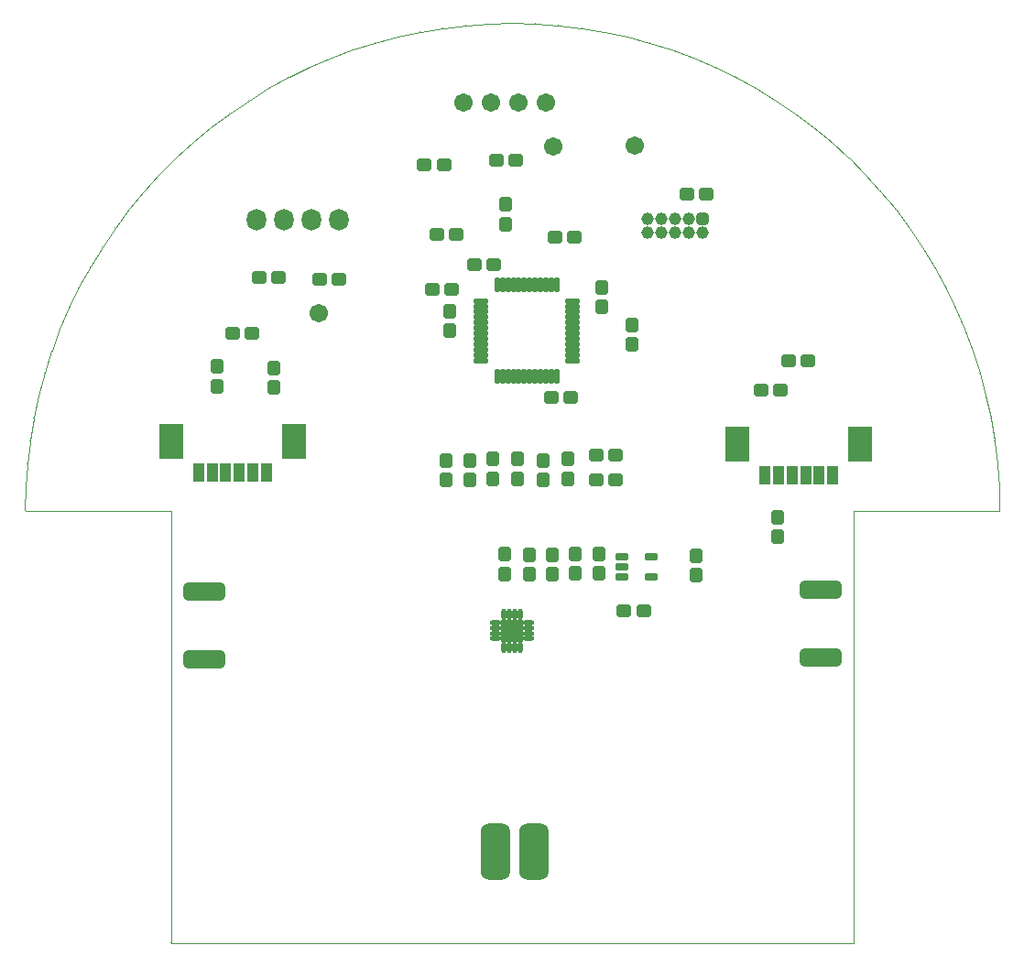
<source format=gts>
%FSLAX25Y25*%
%MOIN*%
G70*
G01*
G75*
G04 Layer_Color=8388736*
G04:AMPARAMS|DCode=10|XSize=41.34mil|YSize=47.24mil|CornerRadius=10.34mil|HoleSize=0mil|Usage=FLASHONLY|Rotation=270.000|XOffset=0mil|YOffset=0mil|HoleType=Round|Shape=RoundedRectangle|*
%AMROUNDEDRECTD10*
21,1,0.04134,0.02658,0,0,270.0*
21,1,0.02067,0.04724,0,0,270.0*
1,1,0.02067,-0.01329,-0.01034*
1,1,0.02067,-0.01329,0.01034*
1,1,0.02067,0.01329,0.01034*
1,1,0.02067,0.01329,-0.01034*
%
%ADD10ROUNDEDRECTD10*%
G04:AMPARAMS|DCode=11|XSize=21.65mil|YSize=39.37mil|CornerRadius=5.41mil|HoleSize=0mil|Usage=FLASHONLY|Rotation=270.000|XOffset=0mil|YOffset=0mil|HoleType=Round|Shape=RoundedRectangle|*
%AMROUNDEDRECTD11*
21,1,0.02165,0.02854,0,0,270.0*
21,1,0.01083,0.03937,0,0,270.0*
1,1,0.01083,-0.01427,-0.00541*
1,1,0.01083,-0.01427,0.00541*
1,1,0.01083,0.01427,0.00541*
1,1,0.01083,0.01427,-0.00541*
%
%ADD11ROUNDEDRECTD11*%
G04:AMPARAMS|DCode=12|XSize=41.34mil|YSize=47.24mil|CornerRadius=10.34mil|HoleSize=0mil|Usage=FLASHONLY|Rotation=180.000|XOffset=0mil|YOffset=0mil|HoleType=Round|Shape=RoundedRectangle|*
%AMROUNDEDRECTD12*
21,1,0.04134,0.02658,0,0,180.0*
21,1,0.02067,0.04724,0,0,180.0*
1,1,0.02067,-0.01034,0.01329*
1,1,0.02067,0.01034,0.01329*
1,1,0.02067,0.01034,-0.01329*
1,1,0.02067,-0.01034,-0.01329*
%
%ADD12ROUNDEDRECTD12*%
%ADD13R,0.03189X0.06299*%
%ADD14R,0.08268X0.11811*%
%ADD15R,0.07087X0.07087*%
%ADD16O,0.00984X0.03543*%
%ADD17O,0.03543X0.00984*%
G04:AMPARAMS|DCode=18|XSize=145.67mil|YSize=59.06mil|CornerRadius=14.76mil|HoleSize=0mil|Usage=FLASHONLY|Rotation=180.000|XOffset=0mil|YOffset=0mil|HoleType=Round|Shape=RoundedRectangle|*
%AMROUNDEDRECTD18*
21,1,0.14567,0.02953,0,0,180.0*
21,1,0.11614,0.05906,0,0,180.0*
1,1,0.02953,-0.05807,0.01476*
1,1,0.02953,0.05807,0.01476*
1,1,0.02953,0.05807,-0.01476*
1,1,0.02953,-0.05807,-0.01476*
%
%ADD18ROUNDEDRECTD18*%
G04:AMPARAMS|DCode=19|XSize=98.43mil|YSize=196.85mil|CornerRadius=24.61mil|HoleSize=0mil|Usage=FLASHONLY|Rotation=180.000|XOffset=0mil|YOffset=0mil|HoleType=Round|Shape=RoundedRectangle|*
%AMROUNDEDRECTD19*
21,1,0.09843,0.14764,0,0,180.0*
21,1,0.04921,0.19685,0,0,180.0*
1,1,0.04921,-0.02461,0.07382*
1,1,0.04921,0.02461,0.07382*
1,1,0.04921,0.02461,-0.07382*
1,1,0.04921,-0.02461,-0.07382*
%
%ADD19ROUNDEDRECTD19*%
%ADD20C,0.05906*%
G04:AMPARAMS|DCode=21|XSize=11.81mil|YSize=47.24mil|CornerRadius=2.95mil|HoleSize=0mil|Usage=FLASHONLY|Rotation=180.000|XOffset=0mil|YOffset=0mil|HoleType=Round|Shape=RoundedRectangle|*
%AMROUNDEDRECTD21*
21,1,0.01181,0.04134,0,0,180.0*
21,1,0.00591,0.04724,0,0,180.0*
1,1,0.00591,-0.00295,0.02067*
1,1,0.00591,0.00295,0.02067*
1,1,0.00591,0.00295,-0.02067*
1,1,0.00591,-0.00295,-0.02067*
%
%ADD21ROUNDEDRECTD21*%
G04:AMPARAMS|DCode=22|XSize=11.81mil|YSize=47.24mil|CornerRadius=2.95mil|HoleSize=0mil|Usage=FLASHONLY|Rotation=90.000|XOffset=0mil|YOffset=0mil|HoleType=Round|Shape=RoundedRectangle|*
%AMROUNDEDRECTD22*
21,1,0.01181,0.04134,0,0,90.0*
21,1,0.00591,0.04724,0,0,90.0*
1,1,0.00591,0.02067,0.00295*
1,1,0.00591,0.02067,-0.00295*
1,1,0.00591,-0.02067,-0.00295*
1,1,0.00591,-0.02067,0.00295*
%
%ADD22ROUNDEDRECTD22*%
%ADD23C,0.01575*%
%ADD24C,0.00787*%
%ADD25C,0.01181*%
%ADD26C,0.01969*%
%ADD27C,0.03150*%
%ADD28C,0.02362*%
%ADD29C,0.02756*%
%ADD30C,0.00394*%
%ADD31C,0.00394*%
%ADD32O,0.06299X0.07087*%
G04:AMPARAMS|DCode=33|XSize=37.4mil|YSize=37.4mil|CornerRadius=9.35mil|HoleSize=0mil|Usage=FLASHONLY|Rotation=180.000|XOffset=0mil|YOffset=0mil|HoleType=Round|Shape=RoundedRectangle|*
%AMROUNDEDRECTD33*
21,1,0.03740,0.01870,0,0,180.0*
21,1,0.01870,0.03740,0,0,180.0*
1,1,0.01870,-0.00935,0.00935*
1,1,0.01870,0.00935,0.00935*
1,1,0.01870,0.00935,-0.00935*
1,1,0.01870,-0.00935,-0.00935*
%
%ADD33ROUNDEDRECTD33*%
%ADD34C,0.03740*%
%ADD35C,0.02362*%
%ADD36C,0.03937*%
%ADD37C,0.01969*%
%ADD38C,0.00984*%
%ADD39C,0.01000*%
G04:AMPARAMS|DCode=40|XSize=49.34mil|YSize=55.24mil|CornerRadius=14.34mil|HoleSize=0mil|Usage=FLASHONLY|Rotation=270.000|XOffset=0mil|YOffset=0mil|HoleType=Round|Shape=RoundedRectangle|*
%AMROUNDEDRECTD40*
21,1,0.04934,0.02658,0,0,270.0*
21,1,0.02067,0.05524,0,0,270.0*
1,1,0.02867,-0.01329,-0.01034*
1,1,0.02867,-0.01329,0.01034*
1,1,0.02867,0.01329,0.01034*
1,1,0.02867,0.01329,-0.01034*
%
%ADD40ROUNDEDRECTD40*%
G04:AMPARAMS|DCode=41|XSize=29.65mil|YSize=47.37mil|CornerRadius=9.41mil|HoleSize=0mil|Usage=FLASHONLY|Rotation=270.000|XOffset=0mil|YOffset=0mil|HoleType=Round|Shape=RoundedRectangle|*
%AMROUNDEDRECTD41*
21,1,0.02965,0.02854,0,0,270.0*
21,1,0.01083,0.04737,0,0,270.0*
1,1,0.01883,-0.01427,-0.00541*
1,1,0.01883,-0.01427,0.00541*
1,1,0.01883,0.01427,0.00541*
1,1,0.01883,0.01427,-0.00541*
%
%ADD41ROUNDEDRECTD41*%
G04:AMPARAMS|DCode=42|XSize=49.34mil|YSize=55.24mil|CornerRadius=14.34mil|HoleSize=0mil|Usage=FLASHONLY|Rotation=180.000|XOffset=0mil|YOffset=0mil|HoleType=Round|Shape=RoundedRectangle|*
%AMROUNDEDRECTD42*
21,1,0.04934,0.02658,0,0,180.0*
21,1,0.02067,0.05524,0,0,180.0*
1,1,0.02867,-0.01034,0.01329*
1,1,0.02867,0.01034,0.01329*
1,1,0.02867,0.01034,-0.01329*
1,1,0.02867,-0.01034,-0.01329*
%
%ADD42ROUNDEDRECTD42*%
%ADD43R,0.03989X0.07099*%
%ADD44R,0.09068X0.12611*%
%ADD45R,0.07887X0.07887*%
%ADD46O,0.01784X0.04343*%
%ADD47O,0.04343X0.01784*%
G04:AMPARAMS|DCode=48|XSize=153.67mil|YSize=67.06mil|CornerRadius=18.76mil|HoleSize=0mil|Usage=FLASHONLY|Rotation=180.000|XOffset=0mil|YOffset=0mil|HoleType=Round|Shape=RoundedRectangle|*
%AMROUNDEDRECTD48*
21,1,0.15367,0.02953,0,0,180.0*
21,1,0.11614,0.06706,0,0,180.0*
1,1,0.03753,-0.05807,0.01476*
1,1,0.03753,0.05807,0.01476*
1,1,0.03753,0.05807,-0.01476*
1,1,0.03753,-0.05807,-0.01476*
%
%ADD48ROUNDEDRECTD48*%
G04:AMPARAMS|DCode=49|XSize=106.42mil|YSize=204.85mil|CornerRadius=28.61mil|HoleSize=0mil|Usage=FLASHONLY|Rotation=180.000|XOffset=0mil|YOffset=0mil|HoleType=Round|Shape=RoundedRectangle|*
%AMROUNDEDRECTD49*
21,1,0.10642,0.14764,0,0,180.0*
21,1,0.04921,0.20485,0,0,180.0*
1,1,0.05721,-0.02461,0.07382*
1,1,0.05721,0.02461,0.07382*
1,1,0.05721,0.02461,-0.07382*
1,1,0.05721,-0.02461,-0.07382*
%
%ADD49ROUNDEDRECTD49*%
%ADD50C,0.06706*%
G04:AMPARAMS|DCode=51|XSize=19.81mil|YSize=55.24mil|CornerRadius=6.95mil|HoleSize=0mil|Usage=FLASHONLY|Rotation=180.000|XOffset=0mil|YOffset=0mil|HoleType=Round|Shape=RoundedRectangle|*
%AMROUNDEDRECTD51*
21,1,0.01981,0.04134,0,0,180.0*
21,1,0.00591,0.05524,0,0,180.0*
1,1,0.01391,-0.00295,0.02067*
1,1,0.01391,0.00295,0.02067*
1,1,0.01391,0.00295,-0.02067*
1,1,0.01391,-0.00295,-0.02067*
%
%ADD51ROUNDEDRECTD51*%
G04:AMPARAMS|DCode=52|XSize=19.81mil|YSize=55.24mil|CornerRadius=6.95mil|HoleSize=0mil|Usage=FLASHONLY|Rotation=90.000|XOffset=0mil|YOffset=0mil|HoleType=Round|Shape=RoundedRectangle|*
%AMROUNDEDRECTD52*
21,1,0.01981,0.04134,0,0,90.0*
21,1,0.00591,0.05524,0,0,90.0*
1,1,0.01391,0.02067,0.00295*
1,1,0.01391,0.02067,-0.00295*
1,1,0.01391,-0.02067,-0.00295*
1,1,0.01391,-0.02067,0.00295*
%
%ADD52ROUNDEDRECTD52*%
%ADD53O,0.07099X0.07887*%
G04:AMPARAMS|DCode=54|XSize=45.4mil|YSize=45.4mil|CornerRadius=13.35mil|HoleSize=0mil|Usage=FLASHONLY|Rotation=180.000|XOffset=0mil|YOffset=0mil|HoleType=Round|Shape=RoundedRectangle|*
%AMROUNDEDRECTD54*
21,1,0.04540,0.01870,0,0,180.0*
21,1,0.01870,0.04540,0,0,180.0*
1,1,0.02670,-0.00935,0.00935*
1,1,0.02670,0.00935,0.00935*
1,1,0.02670,0.00935,-0.00935*
1,1,0.02670,-0.00935,-0.00935*
%
%ADD54ROUNDEDRECTD54*%
%ADD55C,0.04540*%
D30*
X95893Y306684D02*
G03*
X95885Y306690I-110J-163D01*
G01*
X95894Y306684D02*
G03*
X95885Y306690I-111J-162D01*
G01*
X88685Y311078D02*
G03*
X88677Y311083I-103J-168D01*
G01*
X102884Y301953D02*
G03*
X102876Y301958I-118J-158D01*
G01*
X102884Y301953D02*
G03*
X102875Y301959I-118J-158D01*
G01*
X81269Y315128D02*
G03*
X81267Y315129I-87J-177D01*
G01*
X81276Y315124D02*
G03*
X81269Y315128I-94J-173D01*
G01*
X81276Y315124D02*
G03*
X81268Y315128I-94J-173D01*
G01*
X73682Y318813D02*
G03*
X73675Y318817I-85J-178D01*
G01*
X73684Y318812D02*
G03*
X73682Y318813I-87J-177D01*
G01*
X73683Y318813D02*
G03*
X73675Y318817I-86J-177D01*
G01*
X88685Y311078D02*
G03*
X88677Y311083I-103J-168D01*
G01*
X122397Y285840D02*
G03*
X122390Y285847I-139J-139D01*
G01*
X128366Y279872D02*
G03*
X128360Y279878I-145J-133D01*
G01*
X128367Y279870D02*
G03*
X128366Y279872I-146J-132D01*
G01*
X122391Y285846D02*
G03*
X122390Y285847I-133J-145D01*
G01*
X122397Y285840D02*
G03*
X122391Y285846I-139J-139D01*
G01*
X134045Y273624D02*
G03*
X134038Y273631I-152J-125D01*
G01*
X128366Y279871D02*
G03*
X128360Y279878I-146J-132D01*
G01*
X109642Y296894D02*
G03*
X109634Y296899I-125J-152D01*
G01*
X109642Y296894D02*
G03*
X109634Y296899I-125J-152D01*
G01*
X116150Y291519D02*
G03*
X116144Y291525I-132J-146D01*
G01*
X116152Y291518D02*
G03*
X116150Y291519I-133J-145D01*
G01*
X116151Y291519D02*
G03*
X116144Y291525I-132J-146D01*
G01*
X25247Y333036D02*
G03*
X25236Y333038I-34J-194D01*
G01*
X25246Y333037D02*
G03*
X25236Y333038I-33J-194D01*
G01*
X16864Y334039D02*
G03*
X16855Y334040I-23J-196D01*
G01*
X33570Y331637D02*
G03*
X33561Y331638I-42J-192D01*
G01*
X33571Y331637D02*
G03*
X33570Y331637I-42J-192D01*
G01*
X33571Y331637D02*
G03*
X33560Y331639I-42J-192D01*
G01*
X8444Y334641D02*
G03*
X8433Y334642I-14J-196D01*
G01*
X8444Y334641D02*
G03*
X8434Y334642I-14J-196D01*
G01*
X6Y334842D02*
G03*
X-5Y334843I-6J-197D01*
G01*
X16864Y334039D02*
G03*
X16855Y334040I-23J-196D01*
G01*
X58013Y325086D02*
G03*
X58005Y325089I-68J-185D01*
G01*
X58015Y325086D02*
G03*
X58013Y325086I-69J-184D01*
G01*
X65923Y322136D02*
G03*
X65914Y322140I-78J-181D01*
G01*
X58014Y325086D02*
G03*
X58005Y325089I-69J-184D01*
G01*
X65915Y322139D02*
G03*
X65914Y322140I-69J-184D01*
G01*
X65923Y322136D02*
G03*
X65915Y322139I-78J-181D01*
G01*
X41819Y329842D02*
G03*
X41810Y329844I-51J-190D01*
G01*
X41820Y329842D02*
G03*
X41819Y329842I-51J-190D01*
G01*
X41819Y329842D02*
G03*
X41810Y329844I-51J-190D01*
G01*
X49973Y327657D02*
G03*
X49964Y327660I-60J-188D01*
G01*
X49964Y327659D02*
G03*
X49964Y327660I-51J-190D01*
G01*
X49973Y327657D02*
G03*
X49964Y327659I-60J-188D01*
G01*
X172364Y199291D02*
G03*
X172362Y199300I-192J-42D01*
G01*
X172364Y199290D02*
G03*
X172364Y199291I-192J-42D01*
G01*
X170179Y207445D02*
G03*
X170176Y207454I-190J-51D01*
G01*
X170179Y207444D02*
G03*
X170179Y207445I-190J-51D01*
G01*
X172362Y199299D02*
G03*
X172362Y199300I-190J-51D01*
G01*
X172364Y199291D02*
G03*
X172362Y199299I-192J-42D01*
G01*
X174158Y191041D02*
G03*
X174156Y191051I-194J-32D01*
G01*
X174158Y191042D02*
G03*
X174156Y191051I-194J-33D01*
G01*
X167609Y215485D02*
G03*
X167606Y215494I-188J-60D01*
G01*
X167606Y215494D02*
G03*
X167606Y215495I-185J-68D01*
G01*
X167609Y215485D02*
G03*
X167606Y215494I-188J-60D01*
G01*
X164659Y223395D02*
G03*
X164656Y223404I-184J-69D01*
G01*
X164659Y223394D02*
G03*
X164659Y223395I-185J-68D01*
G01*
X170179Y207445D02*
G03*
X170176Y207454I-190J-51D01*
G01*
X177162Y165914D02*
G03*
X177161Y165924I-197J-3D01*
G01*
X177162Y165910D02*
G03*
X177162Y165914I-197J0D01*
G01*
X176560Y174335D02*
G03*
X176559Y174344I-196J-14D01*
G01*
X177162Y165915D02*
G03*
X177161Y165924I-197J-5D01*
G01*
X177362Y157480D02*
G03*
X177362Y157485I-197J0D01*
G01*
X177362Y157480D02*
G03*
X177362Y157486I-197J0D01*
G01*
X177165Y157283D02*
G03*
X177362Y157480I0J197D01*
G01*
X177165Y157283D02*
G03*
X177362Y157480I0J197D01*
G01*
X175558Y182717D02*
G03*
X175556Y182726I-196J-23D01*
G01*
X176560Y174335D02*
G03*
X176559Y174344I-196J-14D01*
G01*
X175558Y182717D02*
G03*
X175556Y182727I-196J-23D01*
G01*
X149209Y253366D02*
G03*
X149203Y253375I-168J-103D01*
G01*
X149209Y253366D02*
G03*
X149204Y253374I-168J-103D01*
G01*
X144478Y260356D02*
G03*
X144472Y260364I-164J-109D01*
G01*
X153603Y246157D02*
G03*
X153598Y246165I-173J-94D01*
G01*
X153603Y246157D02*
G03*
X153598Y246165I-173J-94D01*
G01*
X139419Y267115D02*
G03*
X139413Y267122I-158J-118D01*
G01*
X139419Y267115D02*
G03*
X139413Y267122I-158J-118D01*
G01*
X134039Y273631D02*
G03*
X134038Y273632I-146J-132D01*
G01*
X134045Y273624D02*
G03*
X134039Y273631I-152J-125D01*
G01*
X144478Y260357D02*
G03*
X144472Y260364I-163J-110D01*
G01*
X161333Y231163D02*
G03*
X161332Y231164I-178J-85D01*
G01*
X161336Y231155D02*
G03*
X161333Y231163I-181J-78D01*
G01*
X161336Y231155D02*
G03*
X161332Y231164I-181J-78D01*
G01*
X157648Y238749D02*
G03*
X157644Y238757I-177J-87D01*
G01*
X157648Y238747D02*
G03*
X157648Y238749I-178J-85D01*
G01*
X164659Y223395D02*
G03*
X164656Y223404I-184J-69D01*
G01*
X157648Y238748D02*
G03*
X157644Y238757I-177J-86D01*
G01*
X124016Y-197D02*
G03*
X124213Y0I0J197D01*
G01*
X124016Y-197D02*
G03*
X124213Y0I0J197D01*
G01*
X5Y334843D02*
G03*
X-6Y334842I-5J-197D01*
G01*
X-8433Y334642D02*
G03*
X-8444Y334641I3J-197D01*
G01*
X-8435Y334642D02*
G03*
X-8444Y334641I5J-197D01*
G01*
X-16855Y334040D02*
G03*
X-16864Y334039I14J-196D01*
G01*
X-16855Y334040D02*
G03*
X-16864Y334039I14J-196D01*
G01*
X-25237Y333038D02*
G03*
X-25246Y333037I23J-196D01*
G01*
X-25237Y333038D02*
G03*
X-25247Y333036I23J-196D01*
G01*
X-33560Y331639D02*
G03*
X-33571Y331637I32J-194D01*
G01*
X-33562Y331638D02*
G03*
X-33571Y331637I33J-194D01*
G01*
X-41810Y329844D02*
G03*
X-41819Y329842I42J-192D01*
G01*
X-41819Y329842D02*
G03*
X-41820Y329842I51J-190D01*
G01*
X-41810Y329844D02*
G03*
X-41819Y329842I42J-192D01*
G01*
X-49965Y327659D02*
G03*
X-49973Y327657I51J-190D01*
G01*
X-49964Y327660D02*
G03*
X-49965Y327659I51J-190D01*
G01*
X-49964Y327660D02*
G03*
X-49973Y327657I51J-190D01*
G01*
X-58005Y325089D02*
G03*
X-58014Y325086I60J-188D01*
G01*
X-58013Y325086D02*
G03*
X-58015Y325086I68J-185D01*
G01*
X-58005Y325089D02*
G03*
X-58013Y325086I60J-188D01*
G01*
X-65915Y322139D02*
G03*
X-65923Y322136I69J-184D01*
G01*
X-65914Y322140D02*
G03*
X-65915Y322139I68J-185D01*
G01*
X-65915Y322139D02*
G03*
X-65923Y322136I69J-184D01*
G01*
X-73675Y318817D02*
G03*
X-73683Y318813I78J-181D01*
G01*
X-73682Y318813D02*
G03*
X-73684Y318812I85J-178D01*
G01*
X-73675Y318817D02*
G03*
X-73682Y318813I78J-181D01*
G01*
X-81269Y315128D02*
G03*
X-81276Y315124I87J-177D01*
G01*
X-81267Y315129D02*
G03*
X-81269Y315128I85J-178D01*
G01*
X-81268Y315128D02*
G03*
X-81276Y315124I86J-177D01*
G01*
X-88677Y311083D02*
G03*
X-88685Y311078I94J-173D01*
G01*
X-88677Y311083D02*
G03*
X-88685Y311078I94J-173D01*
G01*
X-95885Y306689D02*
G03*
X-95893Y306684I103J-168D01*
G01*
X-95885Y306689D02*
G03*
X-95894Y306684I103J-168D01*
G01*
X-102875Y301959D02*
G03*
X-102884Y301953I109J-164D01*
G01*
X-102876Y301958D02*
G03*
X-102884Y301953I110J-163D01*
G01*
X-109634Y296899D02*
G03*
X-109642Y296894I118J-158D01*
G01*
X-109634Y296899D02*
G03*
X-109642Y296894I118J-158D01*
G01*
X-116144Y291525D02*
G03*
X-116151Y291519I125J-152D01*
G01*
X-116150Y291519D02*
G03*
X-116152Y291518I132J-146D01*
G01*
X-116144Y291525D02*
G03*
X-116150Y291519I125J-152D01*
G01*
X-122391Y285846D02*
G03*
X-122397Y285840I133J-145D01*
G01*
X-122390Y285847D02*
G03*
X-122391Y285846I132J-146D01*
G01*
X-122391Y285847D02*
G03*
X-122397Y285840I132J-146D01*
G01*
X-128360Y279878D02*
G03*
X-128366Y279871I139J-139D01*
G01*
X-128366Y279872D02*
G03*
X-128367Y279870I145J-133D01*
G01*
X-128360Y279878D02*
G03*
X-128366Y279872I139J-139D01*
G01*
X-134039Y273631D02*
G03*
X-134045Y273624I146J-132D01*
G01*
X-134038Y273632D02*
G03*
X-134039Y273631I145J-133D01*
G01*
X-134038Y273631D02*
G03*
X-134045Y273624I146J-132D01*
G01*
X-139413Y267122D02*
G03*
X-139419Y267115I152J-125D01*
G01*
X-139413Y267122D02*
G03*
X-139419Y267115I152J-125D01*
G01*
X-144472Y260364D02*
G03*
X-144478Y260357I158J-118D01*
G01*
X-144472Y260364D02*
G03*
X-144478Y260356I158J-118D01*
G01*
X-149203Y253375D02*
G03*
X-149209Y253366I162J-111D01*
G01*
X-149204Y253374D02*
G03*
X-149209Y253366I163J-110D01*
G01*
X-153598Y246165D02*
G03*
X-153603Y246157I168J-103D01*
G01*
X-153598Y246165D02*
G03*
X-153603Y246157I168J-103D01*
G01*
X-124213Y-0D02*
G03*
X-124016Y-197I197J0D01*
G01*
X-124213Y-0D02*
G03*
X-124016Y-197I197J0D01*
G01*
X-157644Y238756D02*
G03*
X-157648Y238748I173J-94D01*
G01*
X-157648Y238749D02*
G03*
X-157649Y238747I177J-87D01*
G01*
X-157644Y238756D02*
G03*
X-157648Y238749I173J-94D01*
G01*
X-161333Y231163D02*
G03*
X-161336Y231155I178J-85D01*
G01*
X-161332Y231164D02*
G03*
X-161333Y231163I177J-87D01*
G01*
X-161332Y231164D02*
G03*
X-161336Y231155I177J-86D01*
G01*
X-164656Y223404D02*
G03*
X-164659Y223395I181J-78D01*
G01*
X-164659Y223395D02*
G03*
X-164659Y223394I184J-69D01*
G01*
X-164656Y223404D02*
G03*
X-164659Y223395I181J-78D01*
G01*
X-167606Y215494D02*
G03*
X-167609Y215485I185J-68D01*
G01*
X-167606Y215495D02*
G03*
X-167606Y215494I184J-69D01*
G01*
X-167606Y215494D02*
G03*
X-167609Y215485I184J-69D01*
G01*
X-170177Y207453D02*
G03*
X-170179Y207445I188J-60D01*
G01*
X-170179Y207445D02*
G03*
X-170179Y207444I190J-51D01*
G01*
X-170177Y207453D02*
G03*
X-170179Y207445I188J-60D01*
G01*
X-172362Y199299D02*
G03*
X-172364Y199291I190J-51D01*
G01*
X-172362Y199300D02*
G03*
X-172362Y199299I190J-51D01*
G01*
X-172364Y199291D02*
G03*
X-172364Y199290I192J-42D01*
G01*
X-172362Y199300D02*
G03*
X-172364Y199291I190J-51D01*
G01*
X-174156Y191051D02*
G03*
X-174158Y191042I192J-42D01*
G01*
X-174156Y191051D02*
G03*
X-174158Y191041I192J-42D01*
G01*
X-175556Y182727D02*
G03*
X-175558Y182717I194J-34D01*
G01*
X-175556Y182726D02*
G03*
X-175558Y182717I194J-33D01*
G01*
X-176559Y174344D02*
G03*
X-176560Y174335I196J-23D01*
G01*
X-176559Y174344D02*
G03*
X-176560Y174335I196J-23D01*
G01*
X-177161Y165924D02*
G03*
X-177162Y165915I196J-14D01*
G01*
X-177161Y165924D02*
G03*
X-177162Y165914I196J-14D01*
G01*
X-177362Y157485D02*
G03*
X-177165Y157283I197J-5D01*
G01*
X-177362Y157486D02*
G03*
X-177165Y157283I197J-6D01*
G01*
X88685Y311078D02*
X95885Y306690D01*
X102884Y301953D02*
X109634Y296899D01*
X102875Y301959D02*
X102876Y301958D01*
X95894Y306684D02*
X102875Y301959D01*
X95893Y306684D02*
X95894Y306684D01*
X81268Y315128D02*
X81269Y315128D01*
X81267Y315129D02*
X81268Y315128D01*
X73684Y318812D02*
X81267Y315129D01*
X73683Y318813D02*
X73684Y318812D01*
X73682Y318813D02*
X73683Y318813D01*
X81276Y315124D02*
X88677Y311083D01*
X122397Y285840D02*
X128360Y279878D01*
X122390Y285847D02*
X122391Y285846D01*
X122390Y285847D02*
X122390Y285847D01*
X116152Y291518D02*
X122390Y285847D01*
X116151Y291519D02*
X116152Y291518D01*
X116150Y291519D02*
X116151Y291519D01*
X128366Y279872D02*
X128366Y279871D01*
X128367Y279870D01*
X134038Y273632D01*
X134038Y273631D01*
X134039Y273631D01*
X109642Y296894D02*
X116144Y291525D01*
X16864Y334039D02*
X25236Y333038D01*
X41810Y329844D02*
X41810Y329844D01*
X41810Y329844D02*
X41810Y329844D01*
X33571Y331637D02*
X41810Y329844D01*
X33571Y331637D02*
X33571Y331637D01*
X33570Y331637D02*
X33571Y331637D01*
X33560Y331639D02*
X33561Y331638D01*
X25247Y333036D02*
X33560Y331639D01*
X25246Y333037D02*
X25247Y333036D01*
X8433Y334642D02*
X8434Y334642D01*
X6Y334842D02*
X8433Y334642D01*
X5Y334843D02*
X6Y334842D01*
X8444Y334641D02*
X16855Y334040D01*
X65914Y322140D02*
X65915Y322139D01*
X65914Y322140D02*
X65914Y322140D01*
X58015Y325086D02*
X65914Y322140D01*
X58014Y325086D02*
X58015Y325086D01*
X58013Y325086D02*
X58014Y325086D01*
X49973Y327657D02*
X58005Y325089D01*
X65923Y322136D02*
X73675Y318817D01*
X49964Y327660D02*
X49964Y327659D01*
X49964Y327660D02*
X49964Y327660D01*
X41820Y329842D02*
X49964Y327660D01*
X41819Y329842D02*
X41820Y329842D01*
X41819Y329842D02*
X41819Y329842D01*
X172364Y199291D02*
X172364Y199291D01*
X172364Y199290D01*
X174156Y191051D01*
X174156Y191051D01*
X174156Y191051D01*
X170179Y207445D02*
X170179Y207445D01*
X170179Y207444D01*
X172362Y199300D01*
X172362Y199300D01*
X172362Y199299D01*
X174158Y191042D02*
X174158Y191041D01*
X175556Y182727D01*
X175556Y182726D01*
X164659Y223395D02*
X164659Y223395D01*
X164659Y223394D01*
X167606Y215495D01*
X167606Y215494D01*
X167606Y215494D01*
X167609Y215485D02*
X170176Y207454D01*
X177162Y165915D02*
X177162Y165914D01*
X177362Y157486D01*
X177362Y157485D01*
X176560Y174335D02*
X177161Y165924D01*
X175558Y182717D02*
X176559Y174344D01*
X124213Y157283D02*
X177165Y157283D01*
X144478Y260357D02*
X144478Y260356D01*
X149203Y253375D01*
X149204Y253374D01*
X149209Y253366D02*
X153598Y246165D01*
X134045Y273624D02*
X139413Y267122D01*
X139419Y267115D02*
X144472Y260364D01*
X157648Y238749D02*
X157648Y238748D01*
X157648Y238747D01*
X161332Y231164D01*
X161332Y231164D01*
X161333Y231163D01*
X161336Y231155D02*
X164656Y223404D01*
X153603Y246157D02*
X157644Y238757D01*
X124213Y0D02*
Y157283D01*
X-6Y334842D02*
X-5Y334843D01*
X-8433Y334642D02*
X-6Y334842D01*
X-8435Y334642D02*
X-8433Y334642D01*
X-16855Y334040D02*
X-8444Y334641D01*
X-25237Y333038D02*
X-16864Y334039D01*
X-25247Y333036D02*
X-25246Y333037D01*
X-33560Y331639D02*
X-25247Y333036D01*
X-33562Y331638D02*
X-33560Y331639D01*
X-41810Y329844D02*
X-33571Y331637D01*
X-41819Y329842D02*
X-41819Y329842D01*
X-41820Y329842D02*
X-41819Y329842D01*
X-49964Y327660D02*
X-41820Y329842D01*
X-49964Y327660D02*
X-49964Y327660D01*
X-49965Y327659D02*
X-49964Y327660D01*
X-58005Y325089D02*
X-49973Y327657D01*
X-58014Y325086D02*
X-58013Y325086D01*
X-58015Y325086D02*
X-58014Y325086D01*
X-65914Y322140D02*
X-58015Y325086D01*
X-65915Y322139D02*
X-65914Y322140D01*
X-65915Y322139D02*
X-65915Y322139D01*
X-73675Y318817D02*
X-65923Y322136D01*
X-73683Y318813D02*
X-73682Y318813D01*
X-73684Y318812D02*
X-73683Y318813D01*
X-81267Y315129D02*
X-73684Y318812D01*
X-81268Y315128D02*
X-81267Y315129D01*
X-81269Y315128D02*
X-81268Y315128D01*
X-88677Y311083D02*
X-81276Y315124D01*
X-95885Y306689D02*
X-88685Y311078D01*
X-95894Y306684D02*
X-95893Y306684D01*
X-102875Y301959D02*
X-95894Y306684D01*
X-102876Y301958D02*
X-102875Y301959D01*
X-109634Y296899D02*
X-102884Y301953D01*
X-116144Y291525D02*
X-109642Y296894D01*
X-116151Y291519D02*
X-116150Y291519D01*
X-116152Y291518D02*
X-116151Y291519D01*
X-122390Y285847D02*
X-116152Y291518D01*
X-122391Y285847D02*
X-122390Y285847D01*
X-122391Y285846D02*
X-122391Y285847D01*
X-128360Y279878D02*
X-122397Y285840D01*
X-128366Y279871D02*
X-128366Y279872D01*
X-128367Y279870D02*
X-128366Y279871D01*
X-134038Y273632D02*
X-128367Y279870D01*
X-134038Y273631D02*
X-134038Y273632D01*
X-134039Y273631D02*
X-134038Y273631D01*
X-139413Y267122D02*
X-134045Y273624D01*
X-144472Y260364D02*
X-139419Y267115D01*
X-144478Y260356D02*
X-144478Y260357D01*
X-149203Y253375D02*
X-144478Y260356D01*
X-149204Y253374D02*
X-149203Y253375D01*
X-153598Y246165D02*
X-149209Y253366D01*
X-124016Y-197D02*
X124016Y-197D01*
X-124213Y-0D02*
Y157283D01*
X-157644Y238756D02*
X-153603Y246157D01*
X-157648Y238748D02*
X-157648Y238749D01*
X-157649Y238747D02*
X-157648Y238748D01*
X-161332Y231164D02*
X-157649Y238747D01*
X-161332Y231164D02*
X-161332Y231164D01*
X-161333Y231163D02*
X-161332Y231164D01*
X-177165Y157283D02*
X-124213Y157283D01*
X-164656Y223404D02*
X-161336Y231155D01*
X-164659Y223395D02*
X-164659Y223395D01*
X-164659Y223394D02*
X-164659Y223395D01*
X-167606Y215495D02*
X-164659Y223394D01*
X-167606Y215494D02*
X-167606Y215495D01*
X-167606Y215494D02*
X-167606Y215494D01*
X-170177Y207453D02*
X-167609Y215485D01*
X-170179Y207445D02*
X-170179Y207445D01*
X-170179Y207444D02*
X-170179Y207445D01*
X-172362Y199300D02*
X-170179Y207444D01*
X-172362Y199300D02*
X-172362Y199300D01*
X-172362Y199299D02*
X-172362Y199300D01*
X-172364Y199291D02*
X-172364Y199291D01*
X-172364Y199290D02*
X-172364Y199291D01*
X-174156Y191051D02*
X-172364Y199290D01*
X-174156Y191051D02*
X-174156Y191051D01*
X-174156Y191051D02*
X-174156Y191051D01*
X-174158Y191041D02*
X-174158Y191042D01*
X-175556Y182727D02*
X-174158Y191041D01*
X-175556Y182726D02*
X-175556Y182727D01*
X-176559Y174344D02*
X-175558Y182717D01*
X-177161Y165924D02*
X-176560Y174335D01*
X-177162Y165914D02*
X-177162Y165915D01*
X-177362Y157486D02*
X-177162Y165914D01*
X-177362Y157485D02*
X-177362Y157486D01*
D31*
X41810Y329844D02*
D03*
X174156Y191051D02*
D03*
X-174156Y191051D02*
D03*
D40*
X-62992Y241634D02*
D03*
X-70079D02*
D03*
X100394Y211811D02*
D03*
X107480D02*
D03*
X90551Y201279D02*
D03*
X97638D02*
D03*
X-94685Y222047D02*
D03*
X-101772D02*
D03*
X-84941Y242126D02*
D03*
X-92027D02*
D03*
X-31988Y283366D02*
D03*
X-24902D02*
D03*
X1181Y285039D02*
D03*
X-5906D02*
D03*
X37500Y177657D02*
D03*
X30413D02*
D03*
X47736Y120965D02*
D03*
X40650D02*
D03*
X-27461Y257972D02*
D03*
X-20374D02*
D03*
X22638Y256988D02*
D03*
X15551D02*
D03*
X-21949Y237894D02*
D03*
X-29035D02*
D03*
X63484Y272638D02*
D03*
X70571D02*
D03*
X21260Y198622D02*
D03*
X14173D02*
D03*
X-6693Y246850D02*
D03*
X-13780D02*
D03*
X30512Y168701D02*
D03*
X37598D02*
D03*
D41*
X50591Y140650D02*
D03*
Y133169D02*
D03*
X39961D02*
D03*
Y136909D02*
D03*
Y140650D02*
D03*
D42*
X96555Y147835D02*
D03*
Y154921D02*
D03*
X-86811Y209252D02*
D03*
Y202165D02*
D03*
X-107283Y209744D02*
D03*
Y202658D02*
D03*
X66929Y133957D02*
D03*
Y141043D02*
D03*
X31496Y134449D02*
D03*
Y141535D02*
D03*
X14665Y141339D02*
D03*
Y134252D02*
D03*
X23031Y134547D02*
D03*
Y141634D02*
D03*
X-2854Y141437D02*
D03*
Y134350D02*
D03*
X6102Y134252D02*
D03*
Y141339D02*
D03*
X-2362Y268799D02*
D03*
Y261713D02*
D03*
X20374Y168996D02*
D03*
Y176083D02*
D03*
X11122Y168602D02*
D03*
Y175689D02*
D03*
X1870Y168996D02*
D03*
Y176083D02*
D03*
X-6988Y168996D02*
D03*
Y176083D02*
D03*
X-15453Y168405D02*
D03*
Y175492D02*
D03*
X-24114Y168602D02*
D03*
Y175689D02*
D03*
X-22835Y222736D02*
D03*
Y229823D02*
D03*
X32677Y231594D02*
D03*
Y238681D02*
D03*
X43602Y217815D02*
D03*
Y224902D02*
D03*
D43*
X92028Y170197D02*
D03*
X96949D02*
D03*
X106791D02*
D03*
X116634D02*
D03*
X111713D02*
D03*
X101870D02*
D03*
X-114173Y171280D02*
D03*
X-109252D02*
D03*
X-99410D02*
D03*
X-89567D02*
D03*
X-94488D02*
D03*
X-104331D02*
D03*
D44*
X126673Y181614D02*
D03*
X81988D02*
D03*
X-79528Y182697D02*
D03*
X-124213D02*
D03*
D45*
X-98Y113681D02*
D03*
D46*
X-3051Y119685D02*
D03*
X-1083D02*
D03*
X886D02*
D03*
X2854D02*
D03*
Y107677D02*
D03*
X886D02*
D03*
X-1083D02*
D03*
X-3051D02*
D03*
D47*
X5906Y116634D02*
D03*
Y114665D02*
D03*
Y112697D02*
D03*
Y110728D02*
D03*
X-6102D02*
D03*
Y112697D02*
D03*
Y114665D02*
D03*
Y116634D02*
D03*
D48*
X-112205Y127854D02*
D03*
Y103248D02*
D03*
X112106Y128543D02*
D03*
Y103937D02*
D03*
D49*
X-5954Y33161D02*
D03*
X7826D02*
D03*
D50*
X-70276Y229232D02*
D03*
X14764Y289862D02*
D03*
X44685Y290158D02*
D03*
X-17756Y305906D02*
D03*
X-7756D02*
D03*
X2244D02*
D03*
X12244D02*
D03*
X-4064Y33161D02*
D03*
X5936D02*
D03*
D51*
X-5512Y239567D02*
D03*
X-3543D02*
D03*
X-1575D02*
D03*
X394D02*
D03*
X2362D02*
D03*
X6299D02*
D03*
X8268D02*
D03*
X10236D02*
D03*
X12205D02*
D03*
X14173D02*
D03*
X16142D02*
D03*
Y206102D02*
D03*
X14173D02*
D03*
X12205D02*
D03*
X10236D02*
D03*
X8268D02*
D03*
X6299D02*
D03*
X4331D02*
D03*
X2362D02*
D03*
X394D02*
D03*
X-1575D02*
D03*
X-3543D02*
D03*
X-5512D02*
D03*
X4331Y239567D02*
D03*
D52*
X22047Y233661D02*
D03*
Y231693D02*
D03*
Y229724D02*
D03*
Y227756D02*
D03*
Y225787D02*
D03*
Y223819D02*
D03*
Y219882D02*
D03*
Y215945D02*
D03*
Y213976D02*
D03*
Y212008D02*
D03*
X-11417D02*
D03*
Y213976D02*
D03*
Y215945D02*
D03*
Y217913D02*
D03*
Y219882D02*
D03*
Y221850D02*
D03*
Y223819D02*
D03*
Y225787D02*
D03*
Y227756D02*
D03*
Y229724D02*
D03*
Y231693D02*
D03*
Y233661D02*
D03*
X22047Y221850D02*
D03*
Y217913D02*
D03*
D53*
X-63051Y263189D02*
D03*
X-73051D02*
D03*
X-93051D02*
D03*
X-83051D02*
D03*
D54*
X69350Y263425D02*
D03*
D55*
Y258425D02*
D03*
X64350Y263425D02*
D03*
X59350D02*
D03*
X64350Y258425D02*
D03*
X59350D02*
D03*
X54350Y263425D02*
D03*
X49350D02*
D03*
X54350Y258425D02*
D03*
X49350D02*
D03*
M02*

</source>
